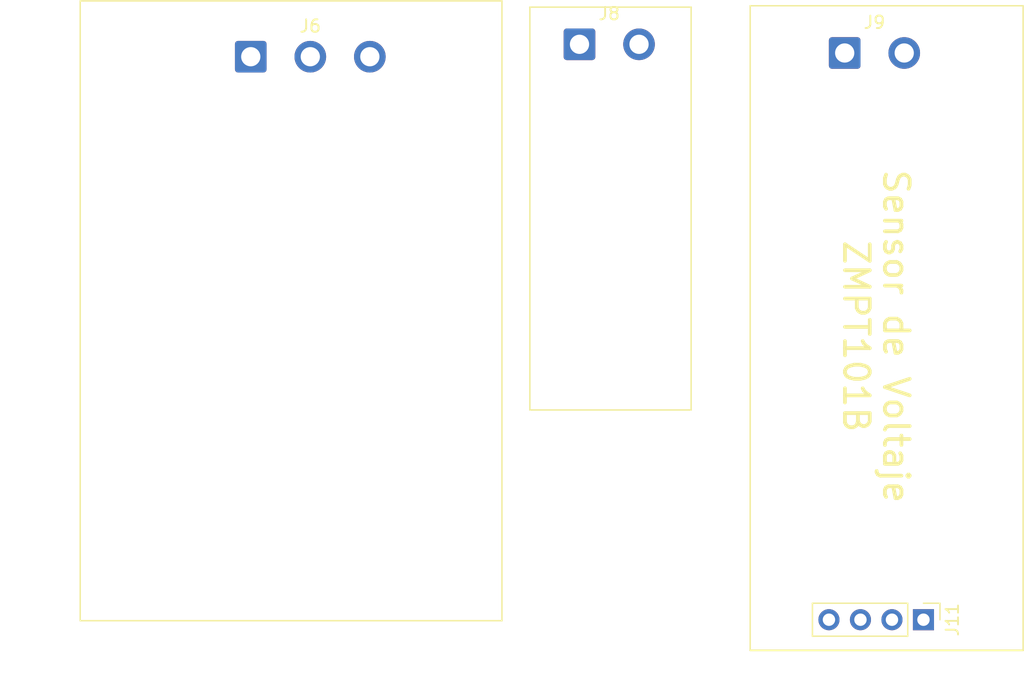
<source format=kicad_pcb>
(kicad_pcb (version 20171130) (host pcbnew 5.1.12-84ad8e8a86~92~ubuntu18.04.1)

  (general
    (thickness 1.6)
    (drawings 17)
    (tracks 0)
    (zones 0)
    (modules 15)
    (nets 40)
  )

  (page A4)
  (layers
    (0 F.Cu signal hide)
    (31 B.Cu signal)
    (32 B.Adhes user)
    (33 F.Adhes user)
    (34 B.Paste user)
    (35 F.Paste user)
    (36 B.SilkS user)
    (37 F.SilkS user)
    (38 B.Mask user)
    (39 F.Mask user)
    (40 Dwgs.User user)
    (41 Cmts.User user)
    (42 Eco1.User user)
    (43 Eco2.User user)
    (44 Edge.Cuts user hide)
    (45 Margin user)
    (46 B.CrtYd user)
    (47 F.CrtYd user)
    (48 B.Fab user)
    (49 F.Fab user)
  )

  (setup
    (last_trace_width 0.3)
    (trace_clearance 0.3)
    (zone_clearance 0.508)
    (zone_45_only no)
    (trace_min 0.2)
    (via_size 1.2)
    (via_drill 0.6)
    (via_min_size 0.4)
    (via_min_drill 0.3)
    (uvia_size 1.2)
    (uvia_drill 0.6)
    (uvias_allowed no)
    (uvia_min_size 0.2)
    (uvia_min_drill 0.1)
    (edge_width 0.05)
    (segment_width 0.2)
    (pcb_text_width 0.3)
    (pcb_text_size 1.5 1.5)
    (mod_edge_width 0.12)
    (mod_text_size 1 1)
    (mod_text_width 0.15)
    (pad_size 1.524 1.524)
    (pad_drill 0.762)
    (pad_to_mask_clearance 0.05)
    (aux_axis_origin 0 0)
    (visible_elements FFFFFF7F)
    (pcbplotparams
      (layerselection 0x010fc_ffffffff)
      (usegerberextensions false)
      (usegerberattributes true)
      (usegerberadvancedattributes true)
      (creategerberjobfile true)
      (excludeedgelayer true)
      (linewidth 0.100000)
      (plotframeref false)
      (viasonmask false)
      (mode 1)
      (useauxorigin false)
      (hpglpennumber 1)
      (hpglpenspeed 20)
      (hpglpendiameter 15.000000)
      (psnegative false)
      (psa4output false)
      (plotreference true)
      (plotvalue true)
      (plotinvisibletext false)
      (padsonsilk false)
      (subtractmaskfromsilk false)
      (outputformat 1)
      (mirror false)
      (drillshape 1)
      (scaleselection 1)
      (outputdirectory ""))
  )

  (net 0 "")
  (net 1 GND)
  (net 2 "Net-(D1-Pad2)")
  (net 3 +5V)
  (net 4 D13)
  (net 5 D12)
  (net 6 D14)
  (net 7 D27_LED)
  (net 8 D26)
  (net 9 D25)
  (net 10 D33)
  (net 11 D32_RELAY)
  (net 12 D35)
  (net 13 D34)
  (net 14 VN_ACS)
  (net 15 VP_ZMPT)
  (net 16 EN)
  (net 17 D23)
  (net 18 D22)
  (net 19 TX0)
  (net 20 RX0)
  (net 21 D21)
  (net 22 D19)
  (net 23 D18)
  (net 24 D5)
  (net 25 TX2)
  (net 26 RX2)
  (net 27 D4)
  (net 28 D2)
  (net 29 D15)
  (net 30 3V3)
  (net 31 I_ACS)
  (net 32 LINE)
  (net 33 "Net-(J12-Pad1)")
  (net 34 DTR)
  (net 35 VCC)
  (net 36 CTS)
  (net 37 NC)
  (net 38 COM)
  (net 39 NO)

  (net_class Default "This is the default net class."
    (clearance 0.3)
    (trace_width 0.3)
    (via_dia 1.2)
    (via_drill 0.6)
    (uvia_dia 1.2)
    (uvia_drill 0.6)
    (diff_pair_width 0.3)
    (diff_pair_gap 0.3)
    (add_net +5V)
    (add_net 3V3)
    (add_net COM)
    (add_net CTS)
    (add_net D12)
    (add_net D13)
    (add_net D14)
    (add_net D15)
    (add_net D18)
    (add_net D19)
    (add_net D2)
    (add_net D21)
    (add_net D22)
    (add_net D23)
    (add_net D25)
    (add_net D26)
    (add_net D27_LED)
    (add_net D32_RELAY)
    (add_net D33)
    (add_net D34)
    (add_net D35)
    (add_net D4)
    (add_net D5)
    (add_net DTR)
    (add_net EN)
    (add_net GND)
    (add_net I_ACS)
    (add_net LINE)
    (add_net NC)
    (add_net NO)
    (add_net "Net-(D1-Pad2)")
    (add_net "Net-(J12-Pad1)")
    (add_net RX0)
    (add_net RX2)
    (add_net TX0)
    (add_net TX2)
    (add_net VCC)
    (add_net VN_ACS)
    (add_net VP_ZMPT)
  )

  (net_class "220V LC" ""
    (clearance 1)
    (trace_width 2)
    (via_dia 1.2)
    (via_drill 0.6)
    (uvia_dia 1.2)
    (uvia_drill 0.6)
    (diff_pair_width 0.3)
    (diff_pair_gap 0.3)
  )

  (module Connector_Wire:SolderWire-0.75sqmm_1x02_P4.8mm_D1.25mm_OD2.3mm (layer F.Cu) (tedit 5EB70B43) (tstamp 620BA3EE)
    (at 722.63 -939.8)
    (descr "Soldered wire connection, for 2 times 0.75 mm² wires, basic insulation, conductor diameter 1.25mm, outer diameter 2.3mm, size source Multi-Contact FLEXI-E 0.75 (https://ec.staubli.com/AcroFiles/Catalogues/TM_Cab-Main-11014119_(en)_hi.pdf), bend radius 3 times outer diameter, generated with kicad-footprint-generator")
    (tags "connector wire 0.75sqmm")
    (path /62231822)
    (attr virtual)
    (fp_text reference J9 (at 2.4 -2.47) (layer F.SilkS)
      (effects (font (size 1 1) (thickness 0.15)))
    )
    (fp_text value Line_ZMPT101B (at 2.4 2.47) (layer F.Fab)
      (effects (font (size 1 1) (thickness 0.15)))
    )
    (fp_text user %R (at 2.4 0 90) (layer F.Fab)
      (effects (font (size 0.89 0.89) (thickness 0.13)))
    )
    (fp_circle (center 0 0) (end 1.15 0) (layer F.Fab) (width 0.1))
    (fp_circle (center 4.8 0) (end 5.95 0) (layer F.Fab) (width 0.1))
    (fp_line (start -1.9 -1.78) (end -1.9 1.78) (layer F.CrtYd) (width 0.05))
    (fp_line (start -1.9 1.78) (end 1.9 1.78) (layer F.CrtYd) (width 0.05))
    (fp_line (start 1.9 1.78) (end 1.9 -1.78) (layer F.CrtYd) (width 0.05))
    (fp_line (start 1.9 -1.78) (end -1.9 -1.78) (layer F.CrtYd) (width 0.05))
    (fp_line (start 2.9 -1.78) (end 2.9 1.78) (layer F.CrtYd) (width 0.05))
    (fp_line (start 2.9 1.78) (end 6.7 1.78) (layer F.CrtYd) (width 0.05))
    (fp_line (start 6.7 1.78) (end 6.7 -1.78) (layer F.CrtYd) (width 0.05))
    (fp_line (start 6.7 -1.78) (end 2.9 -1.78) (layer F.CrtYd) (width 0.05))
    (pad 2 thru_hole circle (at 4.8 0) (size 2.55 2.55) (drill 1.55) (layers *.Cu *.Mask)
      (net 31 I_ACS))
    (pad 1 thru_hole roundrect (at 0 0) (size 2.55 2.55) (drill 1.55) (layers *.Cu *.Mask) (roundrect_rratio 0.098039)
      (net 32 LINE))
    (model ${KISYS3DMOD}/Connector_Wire.3dshapes/SolderWire-0.75sqmm_1x02_P4.8mm_D1.25mm_OD2.3mm.wrl
      (at (xyz 0 0 0))
      (scale (xyz 1 1 1))
      (rotate (xyz 0 0 0))
    )
  )

  (module Connector_Wire:SolderWire-0.75sqmm_1x02_P4.8mm_D1.25mm_OD2.3mm (layer F.Cu) (tedit 5EB70B43) (tstamp 620BA3D8)
    (at 701.25 -940.5)
    (descr "Soldered wire connection, for 2 times 0.75 mm² wires, basic insulation, conductor diameter 1.25mm, outer diameter 2.3mm, size source Multi-Contact FLEXI-E 0.75 (https://ec.staubli.com/AcroFiles/Catalogues/TM_Cab-Main-11014119_(en)_hi.pdf), bend radius 3 times outer diameter, generated with kicad-footprint-generator")
    (tags "connector wire 0.75sqmm")
    (path /621188AB)
    (attr virtual)
    (fp_text reference J8 (at 2.4 -2.47) (layer F.SilkS)
      (effects (font (size 1 1) (thickness 0.15)))
    )
    (fp_text value Line_ACS712 (at 2.4 2.47) (layer F.Fab)
      (effects (font (size 1 1) (thickness 0.15)))
    )
    (fp_text user %R (at 2.4 0 90) (layer F.Fab)
      (effects (font (size 0.89 0.89) (thickness 0.13)))
    )
    (fp_circle (center 0 0) (end 1.15 0) (layer F.Fab) (width 0.1))
    (fp_circle (center 4.8 0) (end 5.95 0) (layer F.Fab) (width 0.1))
    (fp_line (start -1.9 -1.78) (end -1.9 1.78) (layer F.CrtYd) (width 0.05))
    (fp_line (start -1.9 1.78) (end 1.9 1.78) (layer F.CrtYd) (width 0.05))
    (fp_line (start 1.9 1.78) (end 1.9 -1.78) (layer F.CrtYd) (width 0.05))
    (fp_line (start 1.9 -1.78) (end -1.9 -1.78) (layer F.CrtYd) (width 0.05))
    (fp_line (start 2.9 -1.78) (end 2.9 1.78) (layer F.CrtYd) (width 0.05))
    (fp_line (start 2.9 1.78) (end 6.7 1.78) (layer F.CrtYd) (width 0.05))
    (fp_line (start 6.7 1.78) (end 6.7 -1.78) (layer F.CrtYd) (width 0.05))
    (fp_line (start 6.7 -1.78) (end 2.9 -1.78) (layer F.CrtYd) (width 0.05))
    (pad 2 thru_hole circle (at 4.8 0) (size 2.55 2.55) (drill 1.55) (layers *.Cu *.Mask)
      (net 38 COM))
    (pad 1 thru_hole roundrect (at 0 0) (size 2.55 2.55) (drill 1.55) (layers *.Cu *.Mask) (roundrect_rratio 0.098039)
      (net 31 I_ACS))
    (model ${KISYS3DMOD}/Connector_Wire.3dshapes/SolderWire-0.75sqmm_1x02_P4.8mm_D1.25mm_OD2.3mm.wrl
      (at (xyz 0 0 0))
      (scale (xyz 1 1 1))
      (rotate (xyz 0 0 0))
    )
  )

  (module Connector_Wire:SolderWire-0.75sqmm_1x03_P4.8mm_D1.25mm_OD2.3mm (layer F.Cu) (tedit 5EB70B43) (tstamp 620BA3C2)
    (at 852.955001 -905.944999)
    (descr "Soldered wire connection, for 3 times 0.75 mm² wires, basic insulation, conductor diameter 1.25mm, outer diameter 2.3mm, size source Multi-Contact FLEXI-E 0.75 (https://ec.staubli.com/AcroFiles/Catalogues/TM_Cab-Main-11014119_(en)_hi.pdf), bend radius 3 times outer diameter, generated with kicad-footprint-generator")
    (tags "connector wire 0.75sqmm")
    (path /623E700B)
    (attr virtual)
    (fp_text reference J7 (at 4.8 -2.47) (layer F.SilkS)
      (effects (font (size 1 1) (thickness 0.15)))
    )
    (fp_text value Control_Relay (at 4.8 2.47) (layer F.Fab)
      (effects (font (size 1 1) (thickness 0.15)))
    )
    (fp_line (start 11.5 -1.78) (end 7.7 -1.78) (layer F.CrtYd) (width 0.05))
    (fp_line (start 11.5 1.78) (end 11.5 -1.78) (layer F.CrtYd) (width 0.05))
    (fp_line (start 7.7 1.78) (end 11.5 1.78) (layer F.CrtYd) (width 0.05))
    (fp_line (start 7.7 -1.78) (end 7.7 1.78) (layer F.CrtYd) (width 0.05))
    (fp_line (start 6.7 -1.78) (end 2.9 -1.78) (layer F.CrtYd) (width 0.05))
    (fp_line (start 6.7 1.78) (end 6.7 -1.78) (layer F.CrtYd) (width 0.05))
    (fp_line (start 2.9 1.78) (end 6.7 1.78) (layer F.CrtYd) (width 0.05))
    (fp_line (start 2.9 -1.78) (end 2.9 1.78) (layer F.CrtYd) (width 0.05))
    (fp_line (start 1.9 -1.78) (end -1.9 -1.78) (layer F.CrtYd) (width 0.05))
    (fp_line (start 1.9 1.78) (end 1.9 -1.78) (layer F.CrtYd) (width 0.05))
    (fp_line (start -1.9 1.78) (end 1.9 1.78) (layer F.CrtYd) (width 0.05))
    (fp_line (start -1.9 -1.78) (end -1.9 1.78) (layer F.CrtYd) (width 0.05))
    (fp_circle (center 9.6 0) (end 10.75 0) (layer F.Fab) (width 0.1))
    (fp_circle (center 4.8 0) (end 5.95 0) (layer F.Fab) (width 0.1))
    (fp_circle (center 0 0) (end 1.15 0) (layer F.Fab) (width 0.1))
    (fp_text user %R (at 4.8 0) (layer F.Fab)
      (effects (font (size 0.58 0.58) (thickness 0.09)))
    )
    (pad 3 thru_hole circle (at 9.6 0) (size 2.55 2.55) (drill 1.55) (layers *.Cu *.Mask)
      (net 3 +5V))
    (pad 2 thru_hole circle (at 4.8 0) (size 2.55 2.55) (drill 1.55) (layers *.Cu *.Mask)
      (net 1 GND))
    (pad 1 thru_hole roundrect (at 0 0) (size 2.55 2.55) (drill 1.55) (layers *.Cu *.Mask) (roundrect_rratio 0.098039)
      (net 11 D32_RELAY))
    (model ${KISYS3DMOD}/Connector_Wire.3dshapes/SolderWire-0.75sqmm_1x03_P4.8mm_D1.25mm_OD2.3mm.wrl
      (at (xyz 0 0 0))
      (scale (xyz 1 1 1))
      (rotate (xyz 0 0 0))
    )
  )

  (module Connector_Wire:SolderWire-0.75sqmm_1x03_P4.8mm_D1.25mm_OD2.3mm (layer F.Cu) (tedit 5EB70B43) (tstamp 620BA3AB)
    (at 674.75 -939.5)
    (descr "Soldered wire connection, for 3 times 0.75 mm² wires, basic insulation, conductor diameter 1.25mm, outer diameter 2.3mm, size source Multi-Contact FLEXI-E 0.75 (https://ec.staubli.com/AcroFiles/Catalogues/TM_Cab-Main-11014119_(en)_hi.pdf), bend radius 3 times outer diameter, generated with kicad-footprint-generator")
    (tags "connector wire 0.75sqmm")
    (path /623E5D69)
    (attr virtual)
    (fp_text reference J6 (at 4.8 -2.47) (layer F.SilkS)
      (effects (font (size 1 1) (thickness 0.15)))
    )
    (fp_text value Line_Relay (at 4.8 2.47) (layer F.Fab)
      (effects (font (size 1 1) (thickness 0.15)))
    )
    (fp_line (start 11.5 -1.78) (end 7.7 -1.78) (layer F.CrtYd) (width 0.05))
    (fp_line (start 11.5 1.78) (end 11.5 -1.78) (layer F.CrtYd) (width 0.05))
    (fp_line (start 7.7 1.78) (end 11.5 1.78) (layer F.CrtYd) (width 0.05))
    (fp_line (start 7.7 -1.78) (end 7.7 1.78) (layer F.CrtYd) (width 0.05))
    (fp_line (start 6.7 -1.78) (end 2.9 -1.78) (layer F.CrtYd) (width 0.05))
    (fp_line (start 6.7 1.78) (end 6.7 -1.78) (layer F.CrtYd) (width 0.05))
    (fp_line (start 2.9 1.78) (end 6.7 1.78) (layer F.CrtYd) (width 0.05))
    (fp_line (start 2.9 -1.78) (end 2.9 1.78) (layer F.CrtYd) (width 0.05))
    (fp_line (start 1.9 -1.78) (end -1.9 -1.78) (layer F.CrtYd) (width 0.05))
    (fp_line (start 1.9 1.78) (end 1.9 -1.78) (layer F.CrtYd) (width 0.05))
    (fp_line (start -1.9 1.78) (end 1.9 1.78) (layer F.CrtYd) (width 0.05))
    (fp_line (start -1.9 -1.78) (end -1.9 1.78) (layer F.CrtYd) (width 0.05))
    (fp_circle (center 9.6 0) (end 10.75 0) (layer F.Fab) (width 0.1))
    (fp_circle (center 4.8 0) (end 5.95 0) (layer F.Fab) (width 0.1))
    (fp_circle (center 0 0) (end 1.15 0) (layer F.Fab) (width 0.1))
    (fp_text user %R (at 4.8 0) (layer F.Fab)
      (effects (font (size 0.58 0.58) (thickness 0.09)))
    )
    (pad 3 thru_hole circle (at 9.6 0) (size 2.55 2.55) (drill 1.55) (layers *.Cu *.Mask)
      (net 39 NO))
    (pad 2 thru_hole circle (at 4.8 0) (size 2.55 2.55) (drill 1.55) (layers *.Cu *.Mask)
      (net 38 COM))
    (pad 1 thru_hole roundrect (at 0 0) (size 2.55 2.55) (drill 1.55) (layers *.Cu *.Mask) (roundrect_rratio 0.098039)
      (net 37 NC))
    (model ${KISYS3DMOD}/Connector_Wire.3dshapes/SolderWire-0.75sqmm_1x03_P4.8mm_D1.25mm_OD2.3mm.wrl
      (at (xyz 0 0 0))
      (scale (xyz 1 1 1))
      (rotate (xyz 0 0 0))
    )
  )

  (module LED_THT:LED_D3.0mm (layer F.Cu) (tedit 587A3A7B) (tstamp 620BA30B)
    (at 833.12 -890.27)
    (descr "LED, diameter 3.0mm, 2 pins")
    (tags "LED diameter 3.0mm 2 pins")
    (path /621083D3)
    (fp_text reference D1 (at 1.27 -2.96) (layer F.SilkS)
      (effects (font (size 1 1) (thickness 0.15)))
    )
    (fp_text value LED (at 1.27 2.96) (layer F.Fab)
      (effects (font (size 1 1) (thickness 0.15)))
    )
    (fp_circle (center 1.27 0) (end 2.77 0) (layer F.Fab) (width 0.1))
    (fp_line (start -0.23 -1.16619) (end -0.23 1.16619) (layer F.Fab) (width 0.1))
    (fp_line (start -0.29 -1.236) (end -0.29 -1.08) (layer F.SilkS) (width 0.12))
    (fp_line (start -0.29 1.08) (end -0.29 1.236) (layer F.SilkS) (width 0.12))
    (fp_line (start -1.15 -2.25) (end -1.15 2.25) (layer F.CrtYd) (width 0.05))
    (fp_line (start -1.15 2.25) (end 3.7 2.25) (layer F.CrtYd) (width 0.05))
    (fp_line (start 3.7 2.25) (end 3.7 -2.25) (layer F.CrtYd) (width 0.05))
    (fp_line (start 3.7 -2.25) (end -1.15 -2.25) (layer F.CrtYd) (width 0.05))
    (fp_arc (start 1.27 0) (end -0.23 -1.16619) (angle 284.3) (layer F.Fab) (width 0.1))
    (fp_arc (start 1.27 0) (end -0.29 -1.235516) (angle 108.8) (layer F.SilkS) (width 0.12))
    (fp_arc (start 1.27 0) (end -0.29 1.235516) (angle -108.8) (layer F.SilkS) (width 0.12))
    (fp_arc (start 1.27 0) (end 0.229039 -1.08) (angle 87.9) (layer F.SilkS) (width 0.12))
    (fp_arc (start 1.27 0) (end 0.229039 1.08) (angle -87.9) (layer F.SilkS) (width 0.12))
    (pad 1 thru_hole rect (at 0 0) (size 1.8 1.8) (drill 0.9) (layers *.Cu *.Mask)
      (net 1 GND))
    (pad 2 thru_hole circle (at 2.54 0) (size 1.8 1.8) (drill 0.9) (layers *.Cu *.Mask)
      (net 2 "Net-(D1-Pad2)"))
    (model ${KISYS3DMOD}/LED_THT.3dshapes/LED_D3.0mm.wrl
      (at (xyz 0 0 0))
      (scale (xyz 1 1 1))
      (rotate (xyz 0 0 0))
    )
  )

  (module Connector_PinSocket_2.54mm:PinSocket_1x15_P2.54mm_Vertical (layer F.Cu) (tedit 5A19A41D) (tstamp 620BA32E)
    (at 667.305001 -849.074999)
    (descr "Through hole straight socket strip, 1x15, 2.54mm pitch, single row (from Kicad 4.0.7), script generated")
    (tags "Through hole socket strip THT 1x15 2.54mm single row")
    (path /620C54F2)
    (fp_text reference J1 (at 0 -2.77) (layer F.SilkS)
      (effects (font (size 1 1) (thickness 0.15)))
    )
    (fp_text value ESP32_Left (at 0 38.33) (layer F.Fab)
      (effects (font (size 1 1) (thickness 0.15)))
    )
    (fp_line (start -1.8 37.3) (end -1.8 -1.8) (layer F.CrtYd) (width 0.05))
    (fp_line (start 1.75 37.3) (end -1.8 37.3) (layer F.CrtYd) (width 0.05))
    (fp_line (start 1.75 -1.8) (end 1.75 37.3) (layer F.CrtYd) (width 0.05))
    (fp_line (start -1.8 -1.8) (end 1.75 -1.8) (layer F.CrtYd) (width 0.05))
    (fp_line (start 0 -1.33) (end 1.33 -1.33) (layer F.SilkS) (width 0.12))
    (fp_line (start 1.33 -1.33) (end 1.33 0) (layer F.SilkS) (width 0.12))
    (fp_line (start 1.33 1.27) (end 1.33 36.89) (layer F.SilkS) (width 0.12))
    (fp_line (start -1.33 36.89) (end 1.33 36.89) (layer F.SilkS) (width 0.12))
    (fp_line (start -1.33 1.27) (end -1.33 36.89) (layer F.SilkS) (width 0.12))
    (fp_line (start -1.33 1.27) (end 1.33 1.27) (layer F.SilkS) (width 0.12))
    (fp_line (start -1.27 36.83) (end -1.27 -1.27) (layer F.Fab) (width 0.1))
    (fp_line (start 1.27 36.83) (end -1.27 36.83) (layer F.Fab) (width 0.1))
    (fp_line (start 1.27 -0.635) (end 1.27 36.83) (layer F.Fab) (width 0.1))
    (fp_line (start 0.635 -1.27) (end 1.27 -0.635) (layer F.Fab) (width 0.1))
    (fp_line (start -1.27 -1.27) (end 0.635 -1.27) (layer F.Fab) (width 0.1))
    (fp_text user %R (at 0 17.78 90) (layer F.Fab)
      (effects (font (size 1 1) (thickness 0.15)))
    )
    (pad 15 thru_hole oval (at 0 35.56) (size 1.7 1.7) (drill 1) (layers *.Cu *.Mask)
      (net 3 +5V))
    (pad 14 thru_hole oval (at 0 33.02) (size 1.7 1.7) (drill 1) (layers *.Cu *.Mask)
      (net 1 GND))
    (pad 13 thru_hole oval (at 0 30.48) (size 1.7 1.7) (drill 1) (layers *.Cu *.Mask)
      (net 4 D13))
    (pad 12 thru_hole oval (at 0 27.94) (size 1.7 1.7) (drill 1) (layers *.Cu *.Mask)
      (net 5 D12))
    (pad 11 thru_hole oval (at 0 25.4) (size 1.7 1.7) (drill 1) (layers *.Cu *.Mask)
      (net 6 D14))
    (pad 10 thru_hole oval (at 0 22.86) (size 1.7 1.7) (drill 1) (layers *.Cu *.Mask)
      (net 7 D27_LED))
    (pad 9 thru_hole oval (at 0 20.32) (size 1.7 1.7) (drill 1) (layers *.Cu *.Mask)
      (net 8 D26))
    (pad 8 thru_hole oval (at 0 17.78) (size 1.7 1.7) (drill 1) (layers *.Cu *.Mask)
      (net 9 D25))
    (pad 7 thru_hole oval (at 0 15.24) (size 1.7 1.7) (drill 1) (layers *.Cu *.Mask)
      (net 10 D33))
    (pad 6 thru_hole oval (at 0 12.7) (size 1.7 1.7) (drill 1) (layers *.Cu *.Mask)
      (net 11 D32_RELAY))
    (pad 5 thru_hole oval (at 0 10.16) (size 1.7 1.7) (drill 1) (layers *.Cu *.Mask)
      (net 12 D35))
    (pad 4 thru_hole oval (at 0 7.62) (size 1.7 1.7) (drill 1) (layers *.Cu *.Mask)
      (net 13 D34))
    (pad 3 thru_hole oval (at 0 5.08) (size 1.7 1.7) (drill 1) (layers *.Cu *.Mask)
      (net 14 VN_ACS))
    (pad 2 thru_hole oval (at 0 2.54) (size 1.7 1.7) (drill 1) (layers *.Cu *.Mask)
      (net 15 VP_ZMPT))
    (pad 1 thru_hole rect (at 0 0) (size 1.7 1.7) (drill 1) (layers *.Cu *.Mask)
      (net 16 EN))
    (model ${KISYS3DMOD}/Connector_PinSocket_2.54mm.3dshapes/PinSocket_1x15_P2.54mm_Vertical.wrl
      (at (xyz 0 0 0))
      (scale (xyz 1 1 1))
      (rotate (xyz 0 0 0))
    )
  )

  (module Connector_PinSocket_2.54mm:PinSocket_1x15_P2.54mm_Vertical (layer F.Cu) (tedit 5A19A41D) (tstamp 620BA351)
    (at 671.905001 -849.074999)
    (descr "Through hole straight socket strip, 1x15, 2.54mm pitch, single row (from Kicad 4.0.7), script generated")
    (tags "Through hole socket strip THT 1x15 2.54mm single row")
    (path /620C864B)
    (fp_text reference J2 (at 0 -2.77) (layer F.SilkS)
      (effects (font (size 1 1) (thickness 0.15)))
    )
    (fp_text value ESP32_Right (at 0 38.33) (layer F.Fab)
      (effects (font (size 1 1) (thickness 0.15)))
    )
    (fp_line (start -1.27 -1.27) (end 0.635 -1.27) (layer F.Fab) (width 0.1))
    (fp_line (start 0.635 -1.27) (end 1.27 -0.635) (layer F.Fab) (width 0.1))
    (fp_line (start 1.27 -0.635) (end 1.27 36.83) (layer F.Fab) (width 0.1))
    (fp_line (start 1.27 36.83) (end -1.27 36.83) (layer F.Fab) (width 0.1))
    (fp_line (start -1.27 36.83) (end -1.27 -1.27) (layer F.Fab) (width 0.1))
    (fp_line (start -1.33 1.27) (end 1.33 1.27) (layer F.SilkS) (width 0.12))
    (fp_line (start -1.33 1.27) (end -1.33 36.89) (layer F.SilkS) (width 0.12))
    (fp_line (start -1.33 36.89) (end 1.33 36.89) (layer F.SilkS) (width 0.12))
    (fp_line (start 1.33 1.27) (end 1.33 36.89) (layer F.SilkS) (width 0.12))
    (fp_line (start 1.33 -1.33) (end 1.33 0) (layer F.SilkS) (width 0.12))
    (fp_line (start 0 -1.33) (end 1.33 -1.33) (layer F.SilkS) (width 0.12))
    (fp_line (start -1.8 -1.8) (end 1.75 -1.8) (layer F.CrtYd) (width 0.05))
    (fp_line (start 1.75 -1.8) (end 1.75 37.3) (layer F.CrtYd) (width 0.05))
    (fp_line (start 1.75 37.3) (end -1.8 37.3) (layer F.CrtYd) (width 0.05))
    (fp_line (start -1.8 37.3) (end -1.8 -1.8) (layer F.CrtYd) (width 0.05))
    (fp_text user %R (at 0 17.78 90) (layer F.Fab)
      (effects (font (size 1 1) (thickness 0.15)))
    )
    (pad 1 thru_hole rect (at 0 0) (size 1.7 1.7) (drill 1) (layers *.Cu *.Mask)
      (net 17 D23))
    (pad 2 thru_hole oval (at 0 2.54) (size 1.7 1.7) (drill 1) (layers *.Cu *.Mask)
      (net 18 D22))
    (pad 3 thru_hole oval (at 0 5.08) (size 1.7 1.7) (drill 1) (layers *.Cu *.Mask)
      (net 19 TX0))
    (pad 4 thru_hole oval (at 0 7.62) (size 1.7 1.7) (drill 1) (layers *.Cu *.Mask)
      (net 20 RX0))
    (pad 5 thru_hole oval (at 0 10.16) (size 1.7 1.7) (drill 1) (layers *.Cu *.Mask)
      (net 21 D21))
    (pad 6 thru_hole oval (at 0 12.7) (size 1.7 1.7) (drill 1) (layers *.Cu *.Mask)
      (net 22 D19))
    (pad 7 thru_hole oval (at 0 15.24) (size 1.7 1.7) (drill 1) (layers *.Cu *.Mask)
      (net 23 D18))
    (pad 8 thru_hole oval (at 0 17.78) (size 1.7 1.7) (drill 1) (layers *.Cu *.Mask)
      (net 24 D5))
    (pad 9 thru_hole oval (at 0 20.32) (size 1.7 1.7) (drill 1) (layers *.Cu *.Mask)
      (net 25 TX2))
    (pad 10 thru_hole oval (at 0 22.86) (size 1.7 1.7) (drill 1) (layers *.Cu *.Mask)
      (net 26 RX2))
    (pad 11 thru_hole oval (at 0 25.4) (size 1.7 1.7) (drill 1) (layers *.Cu *.Mask)
      (net 27 D4))
    (pad 12 thru_hole oval (at 0 27.94) (size 1.7 1.7) (drill 1) (layers *.Cu *.Mask)
      (net 28 D2))
    (pad 13 thru_hole oval (at 0 30.48) (size 1.7 1.7) (drill 1) (layers *.Cu *.Mask)
      (net 29 D15))
    (pad 14 thru_hole oval (at 0 33.02) (size 1.7 1.7) (drill 1) (layers *.Cu *.Mask)
      (net 1 GND))
    (pad 15 thru_hole oval (at 0 35.56) (size 1.7 1.7) (drill 1) (layers *.Cu *.Mask)
      (net 30 3V3))
    (model ${KISYS3DMOD}/Connector_PinSocket_2.54mm.3dshapes/PinSocket_1x15_P2.54mm_Vertical.wrl
      (at (xyz 0 0 0))
      (scale (xyz 1 1 1))
      (rotate (xyz 0 0 0))
    )
  )

  (module 6PCV-03-006:TE_5-1437652-4 (layer F.Cu) (tedit 62068859) (tstamp 620BA369)
    (at 735 -957 180)
    (path /6243119F)
    (fp_text reference J3 (at -3.413 -6.457) (layer F.SilkS)
      (effects (font (size 1 1) (thickness 0.15)))
    )
    (fp_text value Power_In (at 2.302 14.823) (layer F.Fab)
      (effects (font (size 1 1) (thickness 0.15)))
    )
    (fp_circle (center -6.238 0) (end -6.138 0) (layer F.Fab) (width 0.2))
    (fp_circle (center -6.238 0) (end -6.138 0) (layer F.SilkS) (width 0.2))
    (fp_line (start 24.898 13.458) (end -5.838 13.458) (layer F.CrtYd) (width 0.05))
    (fp_line (start 24.898 -4.822) (end 24.898 13.458) (layer F.CrtYd) (width 0.05))
    (fp_line (start -5.838 -4.822) (end 24.898 -4.822) (layer F.CrtYd) (width 0.05))
    (fp_line (start -5.838 13.458) (end -5.838 -4.822) (layer F.CrtYd) (width 0.05))
    (fp_line (start 24.648 13.208) (end -5.588 13.208) (layer F.SilkS) (width 0.127))
    (fp_line (start 24.648 -4.572) (end -5.588 -4.572) (layer F.SilkS) (width 0.127))
    (fp_line (start 24.648 -4.572) (end 24.648 13.208) (layer F.SilkS) (width 0.127))
    (fp_line (start -5.588 13.208) (end -5.588 -4.572) (layer F.SilkS) (width 0.127))
    (fp_line (start 24.648 13.208) (end 24.648 13.208) (layer F.Fab) (width 0.127))
    (fp_line (start -5.588 13.208) (end 24.648 13.208) (layer F.Fab) (width 0.127))
    (fp_line (start -5.588 13.208) (end -5.588 13.208) (layer F.Fab) (width 0.127))
    (fp_line (start 24.648 13.208) (end -5.588 13.208) (layer F.Fab) (width 0.127))
    (fp_line (start 24.648 -4.572) (end 24.648 13.208) (layer F.Fab) (width 0.127))
    (fp_line (start -5.588 -4.572) (end 24.648 -4.572) (layer F.Fab) (width 0.127))
    (fp_line (start -5.588 13.208) (end -5.588 -4.572) (layer F.Fab) (width 0.127))
    (pad 3 thru_hole circle (at 19.06 0 180) (size 2.2042 2.2042) (drill 1.854) (layers *.Cu *.Mask)
      (net 1 GND))
    (pad 2 thru_hole circle (at 9.53 0 180) (size 2.2042 2.2042) (drill 1.854) (layers *.Cu *.Mask)
      (net 31 I_ACS))
    (pad 1 thru_hole rect (at 0 0 180) (size 2.2042 2.2042) (drill 1.854) (layers *.Cu *.Mask)
      (net 32 LINE))
  )

  (module Connector_Wire:SolderWire-0.75sqmm_1x02_P7mm_D1.25mm_OD3.5mm (layer F.Cu) (tedit 5EB70B44) (tstamp 620BA37A)
    (at 634.5 -946.25 90)
    (descr "Soldered wire connection, for 2 times 0.75 mm² wires, reinforced insulation, conductor diameter 1.25mm, outer diameter 3.5mm, size source Multi-Contact FLEXI-xV 0.75 (https://ec.staubli.com/AcroFiles/Catalogues/TM_Cab-Main-11014119_(en)_hi.pdf), bend radius 3 times outer diameter, generated with kicad-footprint-generator")
    (tags "connector wire 0.75sqmm")
    (path /62292DE9)
    (attr virtual)
    (fp_text reference J4 (at 3.5 -2.95 90) (layer F.SilkS)
      (effects (font (size 1 1) (thickness 0.15)))
    )
    (fp_text value Switch (at 3.5 2.95 90) (layer F.Fab)
      (effects (font (size 1 1) (thickness 0.15)))
    )
    (fp_circle (center 0 0) (end 1.75 0) (layer F.Fab) (width 0.1))
    (fp_circle (center 7 0) (end 8.75 0) (layer F.Fab) (width 0.1))
    (fp_line (start -2.5 -2.25) (end -2.5 2.25) (layer F.CrtYd) (width 0.05))
    (fp_line (start -2.5 2.25) (end 2.5 2.25) (layer F.CrtYd) (width 0.05))
    (fp_line (start 2.5 2.25) (end 2.5 -2.25) (layer F.CrtYd) (width 0.05))
    (fp_line (start 2.5 -2.25) (end -2.5 -2.25) (layer F.CrtYd) (width 0.05))
    (fp_line (start 4.5 -2.25) (end 4.5 2.25) (layer F.CrtYd) (width 0.05))
    (fp_line (start 4.5 2.25) (end 9.5 2.25) (layer F.CrtYd) (width 0.05))
    (fp_line (start 9.5 2.25) (end 9.5 -2.25) (layer F.CrtYd) (width 0.05))
    (fp_line (start 9.5 -2.25) (end 4.5 -2.25) (layer F.CrtYd) (width 0.05))
    (fp_text user %R (at 3.5 0) (layer F.Fab)
      (effects (font (size 1 1) (thickness 0.15)))
    )
    (pad 1 thru_hole roundrect (at 0 0 90) (size 3.5 3.5) (drill 1.55) (layers *.Cu *.Mask) (roundrect_rratio 0.07142900000000001)
      (net 32 LINE))
    (pad 2 thru_hole circle (at 7 0 90) (size 3.5 3.5) (drill 1.55) (layers *.Cu *.Mask)
      (net 33 "Net-(J12-Pad1)"))
    (model ${KISYS3DMOD}/Connector_Wire.3dshapes/SolderWire-0.75sqmm_1x02_P7mm_D1.25mm_OD3.5mm.wrl
      (at (xyz 0 0 0))
      (scale (xyz 1 1 1))
      (rotate (xyz 0 0 0))
    )
  )

  (module Connector_PinSocket_2.54mm:PinSocket_1x06_P2.54mm_Vertical (layer F.Cu) (tedit 5A19A430) (tstamp 620BA394)
    (at 797.765001 -910.074999)
    (descr "Through hole straight socket strip, 1x06, 2.54mm pitch, single row (from Kicad 4.0.7), script generated")
    (tags "Through hole socket strip THT 1x06 2.54mm single row")
    (path /6239A494)
    (fp_text reference J5 (at 0 -2.77) (layer F.SilkS)
      (effects (font (size 1 1) (thickness 0.15)))
    )
    (fp_text value Pins_FT232R (at 0 15.47) (layer F.Fab)
      (effects (font (size 1 1) (thickness 0.15)))
    )
    (fp_line (start -1.27 -1.27) (end 0.635 -1.27) (layer F.Fab) (width 0.1))
    (fp_line (start 0.635 -1.27) (end 1.27 -0.635) (layer F.Fab) (width 0.1))
    (fp_line (start 1.27 -0.635) (end 1.27 13.97) (layer F.Fab) (width 0.1))
    (fp_line (start 1.27 13.97) (end -1.27 13.97) (layer F.Fab) (width 0.1))
    (fp_line (start -1.27 13.97) (end -1.27 -1.27) (layer F.Fab) (width 0.1))
    (fp_line (start -1.33 1.27) (end 1.33 1.27) (layer F.SilkS) (width 0.12))
    (fp_line (start -1.33 1.27) (end -1.33 14.03) (layer F.SilkS) (width 0.12))
    (fp_line (start -1.33 14.03) (end 1.33 14.03) (layer F.SilkS) (width 0.12))
    (fp_line (start 1.33 1.27) (end 1.33 14.03) (layer F.SilkS) (width 0.12))
    (fp_line (start 1.33 -1.33) (end 1.33 0) (layer F.SilkS) (width 0.12))
    (fp_line (start 0 -1.33) (end 1.33 -1.33) (layer F.SilkS) (width 0.12))
    (fp_line (start -1.8 -1.8) (end 1.75 -1.8) (layer F.CrtYd) (width 0.05))
    (fp_line (start 1.75 -1.8) (end 1.75 14.45) (layer F.CrtYd) (width 0.05))
    (fp_line (start 1.75 14.45) (end -1.8 14.45) (layer F.CrtYd) (width 0.05))
    (fp_line (start -1.8 14.45) (end -1.8 -1.8) (layer F.CrtYd) (width 0.05))
    (fp_text user %R (at 0 6.35 90) (layer F.Fab)
      (effects (font (size 1 1) (thickness 0.15)))
    )
    (pad 1 thru_hole rect (at 0 0) (size 1.7 1.7) (drill 1) (layers *.Cu *.Mask)
      (net 34 DTR))
    (pad 2 thru_hole oval (at 0 2.54) (size 1.7 1.7) (drill 1) (layers *.Cu *.Mask)
      (net 20 RX0))
    (pad 3 thru_hole oval (at 0 5.08) (size 1.7 1.7) (drill 1) (layers *.Cu *.Mask)
      (net 19 TX0))
    (pad 4 thru_hole oval (at 0 7.62) (size 1.7 1.7) (drill 1) (layers *.Cu *.Mask)
      (net 35 VCC))
    (pad 5 thru_hole oval (at 0 10.16) (size 1.7 1.7) (drill 1) (layers *.Cu *.Mask)
      (net 36 CTS))
    (pad 6 thru_hole oval (at 0 12.7) (size 1.7 1.7) (drill 1) (layers *.Cu *.Mask)
      (net 1 GND))
    (model ${KISYS3DMOD}/Connector_PinSocket_2.54mm.3dshapes/PinSocket_1x06_P2.54mm_Vertical.wrl
      (at (xyz 0 0 0))
      (scale (xyz 1 1 1))
      (rotate (xyz 0 0 0))
    )
  )

  (module Connector_PinHeader_2.54mm:PinHeader_1x03_P2.54mm_Vertical (layer F.Cu) (tedit 59FED5CC) (tstamp 620BA405)
    (at 808.99 -848.36 270)
    (descr "Through hole straight pin header, 1x03, 2.54mm pitch, single row")
    (tags "Through hole pin header THT 1x03 2.54mm single row")
    (path /620C97A5)
    (fp_text reference J10 (at 0 -2.33 90) (layer F.SilkS)
      (effects (font (size 1 1) (thickness 0.15)))
    )
    (fp_text value Control_ACS712 (at 0 7.41 90) (layer F.Fab)
      (effects (font (size 1 1) (thickness 0.15)))
    )
    (fp_line (start 1.8 -1.8) (end -1.8 -1.8) (layer F.CrtYd) (width 0.05))
    (fp_line (start 1.8 6.85) (end 1.8 -1.8) (layer F.CrtYd) (width 0.05))
    (fp_line (start -1.8 6.85) (end 1.8 6.85) (layer F.CrtYd) (width 0.05))
    (fp_line (start -1.8 -1.8) (end -1.8 6.85) (layer F.CrtYd) (width 0.05))
    (fp_line (start -1.33 -1.33) (end 0 -1.33) (layer F.SilkS) (width 0.12))
    (fp_line (start -1.33 0) (end -1.33 -1.33) (layer F.SilkS) (width 0.12))
    (fp_line (start -1.33 1.27) (end 1.33 1.27) (layer F.SilkS) (width 0.12))
    (fp_line (start 1.33 1.27) (end 1.33 6.41) (layer F.SilkS) (width 0.12))
    (fp_line (start -1.33 1.27) (end -1.33 6.41) (layer F.SilkS) (width 0.12))
    (fp_line (start -1.33 6.41) (end 1.33 6.41) (layer F.SilkS) (width 0.12))
    (fp_line (start -1.27 -0.635) (end -0.635 -1.27) (layer F.Fab) (width 0.1))
    (fp_line (start -1.27 6.35) (end -1.27 -0.635) (layer F.Fab) (width 0.1))
    (fp_line (start 1.27 6.35) (end -1.27 6.35) (layer F.Fab) (width 0.1))
    (fp_line (start 1.27 -1.27) (end 1.27 6.35) (layer F.Fab) (width 0.1))
    (fp_line (start -0.635 -1.27) (end 1.27 -1.27) (layer F.Fab) (width 0.1))
    (fp_text user %R (at 0 2.54) (layer F.Fab)
      (effects (font (size 1 1) (thickness 0.15)))
    )
    (pad 3 thru_hole oval (at 0 5.08 270) (size 1.7 1.7) (drill 1) (layers *.Cu *.Mask)
      (net 3 +5V))
    (pad 2 thru_hole oval (at 0 2.54 270) (size 1.7 1.7) (drill 1) (layers *.Cu *.Mask)
      (net 14 VN_ACS))
    (pad 1 thru_hole rect (at 0 0 270) (size 1.7 1.7) (drill 1) (layers *.Cu *.Mask)
      (net 1 GND))
    (model ${KISYS3DMOD}/Connector_PinHeader_2.54mm.3dshapes/PinHeader_1x03_P2.54mm_Vertical.wrl
      (at (xyz 0 0 0))
      (scale (xyz 1 1 1))
      (rotate (xyz 0 0 0))
    )
  )

  (module Connector_PinHeader_2.54mm:PinHeader_1x04_P2.54mm_Vertical (layer F.Cu) (tedit 59FED5CC) (tstamp 620BA41D)
    (at 728.98 -894.08 270)
    (descr "Through hole straight pin header, 1x04, 2.54mm pitch, single row")
    (tags "Through hole pin header THT 1x04 2.54mm single row")
    (path /62243A42)
    (fp_text reference J11 (at 0 -2.33 90) (layer F.SilkS)
      (effects (font (size 1 1) (thickness 0.15)))
    )
    (fp_text value Control_ZMPT101B (at 0 9.95 90) (layer F.Fab)
      (effects (font (size 1 1) (thickness 0.15)))
    )
    (fp_line (start -0.635 -1.27) (end 1.27 -1.27) (layer F.Fab) (width 0.1))
    (fp_line (start 1.27 -1.27) (end 1.27 8.89) (layer F.Fab) (width 0.1))
    (fp_line (start 1.27 8.89) (end -1.27 8.89) (layer F.Fab) (width 0.1))
    (fp_line (start -1.27 8.89) (end -1.27 -0.635) (layer F.Fab) (width 0.1))
    (fp_line (start -1.27 -0.635) (end -0.635 -1.27) (layer F.Fab) (width 0.1))
    (fp_line (start -1.33 8.95) (end 1.33 8.95) (layer F.SilkS) (width 0.12))
    (fp_line (start -1.33 1.27) (end -1.33 8.95) (layer F.SilkS) (width 0.12))
    (fp_line (start 1.33 1.27) (end 1.33 8.95) (layer F.SilkS) (width 0.12))
    (fp_line (start -1.33 1.27) (end 1.33 1.27) (layer F.SilkS) (width 0.12))
    (fp_line (start -1.33 0) (end -1.33 -1.33) (layer F.SilkS) (width 0.12))
    (fp_line (start -1.33 -1.33) (end 0 -1.33) (layer F.SilkS) (width 0.12))
    (fp_line (start -1.8 -1.8) (end -1.8 9.4) (layer F.CrtYd) (width 0.05))
    (fp_line (start -1.8 9.4) (end 1.8 9.4) (layer F.CrtYd) (width 0.05))
    (fp_line (start 1.8 9.4) (end 1.8 -1.8) (layer F.CrtYd) (width 0.05))
    (fp_line (start 1.8 -1.8) (end -1.8 -1.8) (layer F.CrtYd) (width 0.05))
    (fp_text user %R (at 0 3.81) (layer F.Fab)
      (effects (font (size 1 1) (thickness 0.15)))
    )
    (pad 1 thru_hole rect (at 0 0 270) (size 1.7 1.7) (drill 1) (layers *.Cu *.Mask)
      (net 3 +5V))
    (pad 2 thru_hole oval (at 0 2.54 270) (size 1.7 1.7) (drill 1) (layers *.Cu *.Mask)
      (net 15 VP_ZMPT))
    (pad 3 thru_hole oval (at 0 5.08 270) (size 1.7 1.7) (drill 1) (layers *.Cu *.Mask)
      (net 1 GND))
    (pad 4 thru_hole oval (at 0 7.62 270) (size 1.7 1.7) (drill 1) (layers *.Cu *.Mask)
      (net 1 GND))
    (model ${KISYS3DMOD}/Connector_PinHeader_2.54mm.3dshapes/PinHeader_1x04_P2.54mm_Vertical.wrl
      (at (xyz 0 0 0))
      (scale (xyz 1 1 1))
      (rotate (xyz 0 0 0))
    )
  )

  (module 6PCV-03-006:TE_5-1437652-4 (layer F.Cu) (tedit 62068859) (tstamp 620BA435)
    (at 695.75 -956 180)
    (path /621955F9)
    (fp_text reference J12 (at -3.413 -6.457) (layer F.SilkS)
      (effects (font (size 1 1) (thickness 0.15)))
    )
    (fp_text value Power_Out_Load (at 2.302 14.823) (layer F.Fab)
      (effects (font (size 1 1) (thickness 0.15)))
    )
    (fp_line (start -5.588 13.208) (end -5.588 -4.572) (layer F.Fab) (width 0.127))
    (fp_line (start -5.588 -4.572) (end 24.648 -4.572) (layer F.Fab) (width 0.127))
    (fp_line (start 24.648 -4.572) (end 24.648 13.208) (layer F.Fab) (width 0.127))
    (fp_line (start 24.648 13.208) (end -5.588 13.208) (layer F.Fab) (width 0.127))
    (fp_line (start -5.588 13.208) (end -5.588 13.208) (layer F.Fab) (width 0.127))
    (fp_line (start -5.588 13.208) (end 24.648 13.208) (layer F.Fab) (width 0.127))
    (fp_line (start 24.648 13.208) (end 24.648 13.208) (layer F.Fab) (width 0.127))
    (fp_line (start -5.588 13.208) (end -5.588 -4.572) (layer F.SilkS) (width 0.127))
    (fp_line (start 24.648 -4.572) (end 24.648 13.208) (layer F.SilkS) (width 0.127))
    (fp_line (start 24.648 -4.572) (end -5.588 -4.572) (layer F.SilkS) (width 0.127))
    (fp_line (start 24.648 13.208) (end -5.588 13.208) (layer F.SilkS) (width 0.127))
    (fp_line (start -5.838 13.458) (end -5.838 -4.822) (layer F.CrtYd) (width 0.05))
    (fp_line (start -5.838 -4.822) (end 24.898 -4.822) (layer F.CrtYd) (width 0.05))
    (fp_line (start 24.898 -4.822) (end 24.898 13.458) (layer F.CrtYd) (width 0.05))
    (fp_line (start 24.898 13.458) (end -5.838 13.458) (layer F.CrtYd) (width 0.05))
    (fp_circle (center -6.238 0) (end -6.138 0) (layer F.SilkS) (width 0.2))
    (fp_circle (center -6.238 0) (end -6.138 0) (layer F.Fab) (width 0.2))
    (pad 1 thru_hole rect (at 0 0 180) (size 2.2042 2.2042) (drill 1.854) (layers *.Cu *.Mask)
      (net 33 "Net-(J12-Pad1)"))
    (pad 2 thru_hole circle (at 9.53 0 180) (size 2.2042 2.2042) (drill 1.854) (layers *.Cu *.Mask)
      (net 39 NO))
    (pad 3 thru_hole circle (at 19.06 0 180) (size 2.2042 2.2042) (drill 1.854) (layers *.Cu *.Mask)
      (net 1 GND))
  )

  (module Converter_ACDC:Converter_ACDC_HiLink_HLK-PMxx (layer F.Cu) (tedit 5C1AC1CD) (tstamp 620BA44E)
    (at 754.38 -941.07 270)
    (descr "ACDC-Converter, 3W, HiLink, HLK-PMxx, THT, http://www.hlktech.net/product_detail.php?ProId=54")
    (tags "ACDC-Converter 3W THT HiLink board mount module")
    (path /622A159D)
    (fp_text reference PS1 (at -3.94 -0.55) (layer F.SilkS)
      (effects (font (size 1 1) (thickness 0.15)))
    )
    (fp_text value HLK-PM01 (at 15.79 13.85 90) (layer F.Fab)
      (effects (font (size 1 1) (thickness 0.15)))
    )
    (fp_line (start -2.3 12.5) (end 31.7 12.5) (layer F.Fab) (width 0.1))
    (fp_line (start 31.7 12.5) (end 31.7 -7.5) (layer F.Fab) (width 0.1))
    (fp_line (start -2.3 12.5) (end -2.3 0.99) (layer F.Fab) (width 0.1))
    (fp_line (start -2.3 -7.5) (end 31.7 -7.5) (layer F.Fab) (width 0.1))
    (fp_line (start -1.29 0) (end -2.29 1) (layer F.Fab) (width 0.1))
    (fp_line (start -2.29 -1) (end -1.29 0) (layer F.Fab) (width 0.1))
    (fp_line (start -2.3 -1) (end -2.3 -7.5) (layer F.Fab) (width 0.1))
    (fp_line (start -2.55 12.75) (end 31.95 12.75) (layer F.CrtYd) (width 0.05))
    (fp_line (start 31.95 12.75) (end 31.95 -7.75) (layer F.CrtYd) (width 0.05))
    (fp_line (start 31.95 -7.75) (end -2.55 -7.75) (layer F.CrtYd) (width 0.05))
    (fp_line (start -2.55 -7.75) (end -2.55 12.75) (layer F.CrtYd) (width 0.05))
    (fp_line (start -2.4 -7.6) (end -2.4 12.6) (layer F.SilkS) (width 0.12))
    (fp_line (start -2.4 12.6) (end 31.8 12.6) (layer F.SilkS) (width 0.12))
    (fp_line (start 31.8 12.6) (end 31.8 -7.6) (layer F.SilkS) (width 0.12))
    (fp_line (start 31.8 -7.6) (end -2.4 -7.6) (layer F.SilkS) (width 0.12))
    (fp_line (start -2.79 -1) (end -2.79 1.01) (layer F.SilkS) (width 0.12))
    (fp_text user %R (at 14.68 1.17 90) (layer F.Fab)
      (effects (font (size 1 1) (thickness 0.15)))
    )
    (pad 3 thru_hole circle (at 29.4 -5.2 270) (size 2.3 2.3) (drill 1) (layers *.Cu *.Mask)
      (net 1 GND))
    (pad 1 thru_hole rect (at 0 0 270) (size 2.3 2) (drill 1) (layers *.Cu *.Mask)
      (net 32 LINE))
    (pad 2 thru_hole circle (at 0 5 270) (size 2.3 2.3) (drill 1) (layers *.Cu *.Mask)
      (net 31 I_ACS))
    (pad 4 thru_hole circle (at 29.4 10.2 270) (size 2.3 2.3) (drill 1) (layers *.Cu *.Mask)
      (net 3 +5V))
    (model ${KISYS3DMOD}/Converter_ACDC.3dshapes/Converter_ACDC_HiLink_HLK-PMxx.wrl
      (at (xyz 0 0 0))
      (scale (xyz 1 1 1))
      (rotate (xyz 0 0 0))
    )
  )

  (module Resistor_SMD:R_2010_5025Metric_Pad1.40x2.65mm_HandSolder (layer F.Cu) (tedit 5F68FEEE) (tstamp 620BA45F)
    (at 757.755001 -891.694999)
    (descr "Resistor SMD 2010 (5025 Metric), square (rectangular) end terminal, IPC_7351 nominal with elongated pad for handsoldering. (Body size source: IPC-SM-782 page 72, https://www.pcb-3d.com/wordpress/wp-content/uploads/ipc-sm-782a_amendment_1_and_2.pdf), generated with kicad-footprint-generator")
    (tags "resistor handsolder")
    (path /620FCE7F)
    (attr smd)
    (fp_text reference R1 (at 0 -2.28) (layer F.SilkS)
      (effects (font (size 1 1) (thickness 0.15)))
    )
    (fp_text value 330 (at 0 2.28) (layer F.Fab)
      (effects (font (size 1 1) (thickness 0.15)))
    )
    (fp_line (start 3.35 1.58) (end -3.35 1.58) (layer F.CrtYd) (width 0.05))
    (fp_line (start 3.35 -1.58) (end 3.35 1.58) (layer F.CrtYd) (width 0.05))
    (fp_line (start -3.35 -1.58) (end 3.35 -1.58) (layer F.CrtYd) (width 0.05))
    (fp_line (start -3.35 1.58) (end -3.35 -1.58) (layer F.CrtYd) (width 0.05))
    (fp_line (start -1.527064 1.36) (end 1.527064 1.36) (layer F.SilkS) (width 0.12))
    (fp_line (start -1.527064 -1.36) (end 1.527064 -1.36) (layer F.SilkS) (width 0.12))
    (fp_line (start 2.5 1.25) (end -2.5 1.25) (layer F.Fab) (width 0.1))
    (fp_line (start 2.5 -1.25) (end 2.5 1.25) (layer F.Fab) (width 0.1))
    (fp_line (start -2.5 -1.25) (end 2.5 -1.25) (layer F.Fab) (width 0.1))
    (fp_line (start -2.5 1.25) (end -2.5 -1.25) (layer F.Fab) (width 0.1))
    (fp_text user %R (at 0 0) (layer F.Fab)
      (effects (font (size 1 1) (thickness 0.15)))
    )
    (pad 2 smd roundrect (at 2.4 0) (size 1.4 2.65) (layers F.Cu F.Paste F.Mask) (roundrect_rratio 0.178571)
      (net 2 "Net-(D1-Pad2)"))
    (pad 1 smd roundrect (at -2.4 0) (size 1.4 2.65) (layers F.Cu F.Paste F.Mask) (roundrect_rratio 0.178571)
      (net 7 D27_LED))
    (model ${KISYS3DMOD}/Resistor_SMD.3dshapes/R_2010_5025Metric.wrl
      (at (xyz 0 0 0))
      (scale (xyz 1 1 1))
      (rotate (xyz 0 0 0))
    )
  )

  (gr_line (start 697.25 -943.5) (end 710.25 -943.5) (layer F.SilkS) (width 0.12) (tstamp 620BCAC0))
  (gr_line (start 697.25 -911) (end 697.25 -943.5) (layer F.SilkS) (width 0.12))
  (gr_line (start 710.25 -911) (end 697.25 -911) (layer F.SilkS) (width 0.12))
  (gr_line (start 710.25 -943.5) (end 710.25 -911) (layer F.SilkS) (width 0.12))
  (dimension 34 (width 0.15) (layer Dwgs.User)
    (gr_text "34,000 mm" (at 678 -889.2) (layer Dwgs.User)
      (effects (font (size 1 1) (thickness 0.15)))
    )
    (feature1 (pts (xy 695 -894) (xy 695 -889.913579)))
    (feature2 (pts (xy 661 -894) (xy 661 -889.913579)))
    (crossbar (pts (xy 661 -890.5) (xy 695 -890.5)))
    (arrow1a (pts (xy 695 -890.5) (xy 693.873496 -889.913579)))
    (arrow1b (pts (xy 695 -890.5) (xy 693.873496 -891.086421)))
    (arrow2a (pts (xy 661 -890.5) (xy 662.126504 -889.913579)))
    (arrow2b (pts (xy 661 -890.5) (xy 662.126504 -891.086421)))
  )
  (dimension 50 (width 0.15) (layer Dwgs.User)
    (gr_text "50,000 mm" (at 658.2 -919 270) (layer Dwgs.User)
      (effects (font (size 1 1) (thickness 0.15)))
    )
    (feature1 (pts (xy 661 -894) (xy 658.913579 -894)))
    (feature2 (pts (xy 661 -944) (xy 658.913579 -944)))
    (crossbar (pts (xy 659.5 -944) (xy 659.5 -894)))
    (arrow1a (pts (xy 659.5 -894) (xy 658.913579 -895.126504)))
    (arrow1b (pts (xy 659.5 -894) (xy 660.086421 -895.126504)))
    (arrow2a (pts (xy 659.5 -944) (xy 658.913579 -942.873496)))
    (arrow2b (pts (xy 659.5 -944) (xy 660.086421 -942.873496)))
  )
  (gr_line (start 695 -894) (end 695 -944) (layer F.SilkS) (width 0.12) (tstamp 620BCA70))
  (gr_line (start 661 -894) (end 695 -894) (layer F.SilkS) (width 0.12))
  (gr_line (start 661 -944) (end 661 -894) (layer F.SilkS) (width 0.12))
  (gr_line (start 695 -944) (end 661 -944) (layer F.SilkS) (width 0.12))
  (gr_text "Sensor de Voltaje\nZMPT101B" (at 725.17 -916.94 -90) (layer F.SilkS)
    (effects (font (size 2 2) (thickness 0.3)))
  )
  (dimension 22 (width 0.15) (layer Dwgs.User)
    (gr_text "22,000 mm" (at 726.01 -888.97) (layer Dwgs.User) (tstamp 620BC93F)
      (effects (font (size 1 1) (thickness 0.15)))
    )
    (feature1 (pts (xy 737.01 -891.61) (xy 737.01 -889.683579)))
    (feature2 (pts (xy 715.01 -891.61) (xy 715.01 -889.683579)))
    (crossbar (pts (xy 715.01 -890.27) (xy 737.01 -890.27)))
    (arrow1a (pts (xy 737.01 -890.27) (xy 735.883496 -889.683579)))
    (arrow1b (pts (xy 737.01 -890.27) (xy 735.883496 -890.856421)))
    (arrow2a (pts (xy 715.01 -890.27) (xy 716.136504 -889.683579)))
    (arrow2b (pts (xy 715.01 -890.27) (xy 716.136504 -890.856421)))
  )
  (gr_line (start 737.01 -943.61) (end 715.01 -943.61) (layer F.SilkS) (width 0.12) (tstamp 620C5187))
  (gr_line (start 737.01 -891.61) (end 737.01 -943.61) (layer F.SilkS) (width 0.12))
  (dimension 52 (width 0.15) (layer Dwgs.User)
    (gr_text "52,000 mm" (at 712.44 -917.61 270) (layer Dwgs.User)
      (effects (font (size 1 1) (thickness 0.15)))
    )
    (feature1 (pts (xy 715.01 -891.61) (xy 713.153579 -891.61)))
    (feature2 (pts (xy 715.01 -943.61) (xy 713.153579 -943.61)))
    (crossbar (pts (xy 713.74 -943.61) (xy 713.74 -891.61)))
    (arrow1a (pts (xy 713.74 -891.61) (xy 713.153579 -892.736504)))
    (arrow1b (pts (xy 713.74 -891.61) (xy 714.326421 -892.736504)))
    (arrow2a (pts (xy 713.74 -943.61) (xy 713.153579 -942.483496)))
    (arrow2b (pts (xy 713.74 -943.61) (xy 714.326421 -942.483496)))
  )
  (gr_line (start 715.01 -891.61) (end 737.01 -891.61) (layer F.SilkS) (width 0.15))
  (gr_line (start 715.01 -891.61) (end 715.01 -943.61) (layer F.SilkS) (width 0.12))

)

</source>
